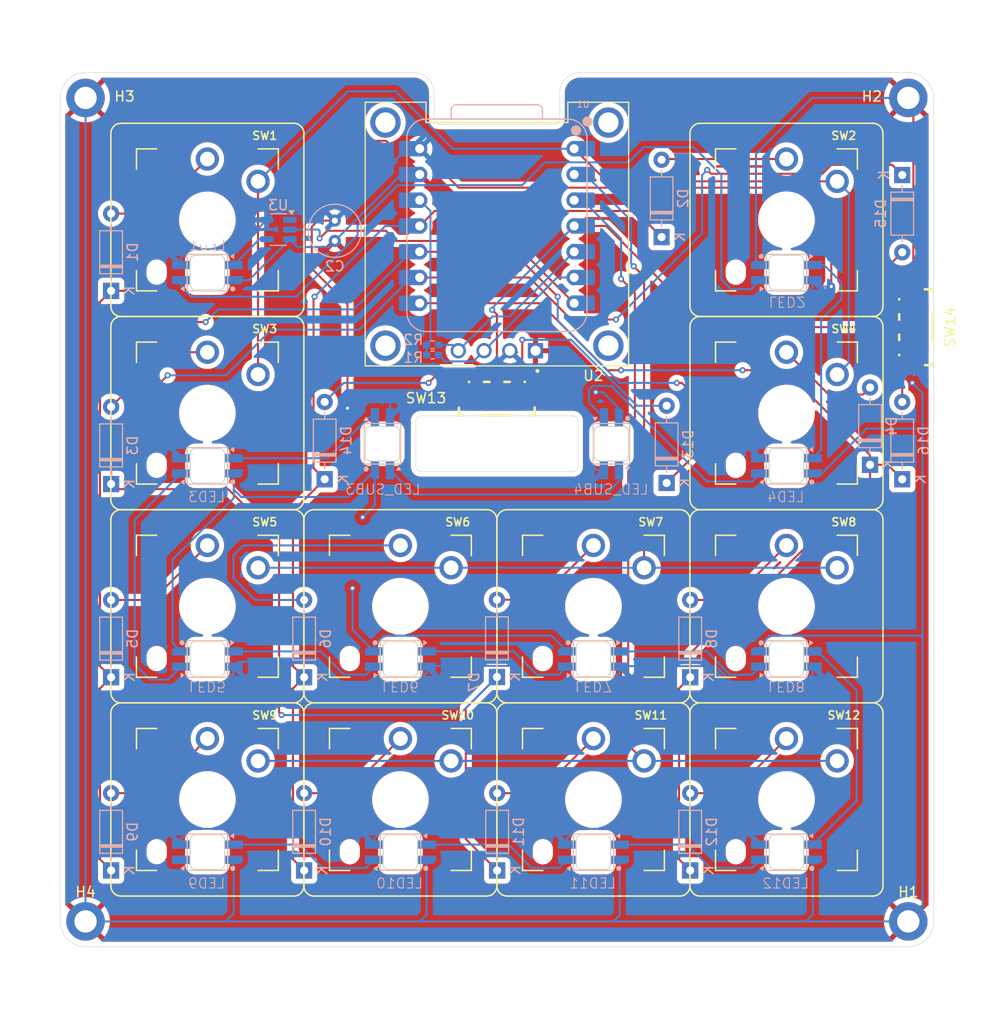
<source format=kicad_pcb>
(kicad_pcb (version 20240108) (generator "pcbnew") (generator_version "8.0")
  (layers (0 "F.Cu" signal) (31 "B.Cu" signal) (34 "B.Paste" user) (35 "F.Paste" user) (36 "B.SilkS" user "B.Silkscreen") (37 "F.SilkS" user "F.Silkscreen") (38 "B.Mask" user) (39 "F.Mask" user) (44 "Edge.Cuts" user))
  (net 0 "")
  (net 1 "Net-(D1-A)")
  (net 2 "ROW0")
  (net 3 "Net-(D2-A)")
  (net 4 "Net-(D3-A)")
  (net 5 "Net-(D4-A)")
  (net 6 "ROW3")
  (net 7 "Net-(D5-A)")
  (net 8 "ROW1")
  (net 9 "Net-(D6-A)")
  (net 10 "Net-(D7-A)")
  (net 11 "Net-(D8-A)")
  (net 12 "Net-(D9-A)")
  (net 13 "ROW2")
  (net 14 "Net-(D10-A)")
  (net 15 "Net-(D11-A)")
  (net 16 "Net-(D12-A)")
  (net 17 "VCC")
  (net 18 "GND")
  (net 19 "COL0")
  (net 20 "COL1")
  (net 21 "COL2")
  (net 22 "SCL")
  (net 23 "LED_DIN")
  (net 24 "SDA")
  (net 26 "Net-(LED1-DOUT)")
  (net 27 "Net-(LED2-DOUT)")
  (net 28 "Net-(LED3-DOUT)")
  (net 29 "Net-(LED4-DOUT)")
  (net 30 "Net-(LED5-DOUT)")
  (net 31 "Net-(D13-A)")
  (net 32 "Net-(LED10-DOUT)")
  (net 33 "COL3")
  (net 34 "LED_DIN_Shifted")
  (net 35 "3V3")
  (net 36 "Net-(D14-A)")
  (net 37 "Net-(LED6-DOUT)")
  (net 38 "Net-(LED7-DOUT)")
  (net 39 "Net-(D15-A)")
  (net 41 "Net-(D16-A)")
  (net 42 "Net-(LED3-DIN)")
  (net 43 "Net-(LED12-DIN)")
  (net 44 "Net-(LED10-DIN)")
  (net 45 "Net-(LED11-DIN)")
  (net 46 "Net-(LED_SUB3-DIN)")
  (footprint "LED_Reversed:SK6812MINI-E-Reverse" (layer "F.Cu") (at 58.7 63.5 -90)
    (property "Reference" "LED_SUB3")
    (property "Value" "SK6812MINIE" (hide yes))
    (fp_line (start 1.2 1.7) (end -1.2 1.7) (stroke (width 0.1)) (layer "Edge.Cuts"))
    (fp_line (start -1.7 1.2) (end -1.7 -1.2) (stroke (width 0.1)) (layer "Edge.Cuts"))
    (fp_line (start 1.7 -1.2) (end 1.7 1.2) (stroke (width 0.1)) (layer "Edge.Cuts"))
    (fp_line (start -1.2 -1.7) (end 1.2 -1.7) (stroke (width 0.1)) (layer "Edge.Cuts"))
    (fp_arc (start -1.2 1.7) (mid -1.553553 1.553553) (end -1.7 1.2) (stroke (width 0.1)) (layer "Edge.Cuts"))
    (fp_arc (start 1.7 1.2) (mid 1.553553 1.553553) (end 1.2 1.7) (stroke (width 0.1)) (layer "Edge.Cuts"))
    (fp_arc (start -1.7 -1.2) (mid -1.553553 -1.553553) (end -1.2 -1.7) (stroke (width 0.1)) (layer "Edge.Cuts"))
    (fp_arc (start 1.2 -1.7) (mid 1.553553 -1.553553) (end 1.7 -1.2) (stroke (width 0.1)) (layer "Edge.Cuts"))
  )
  (footprint "OLED_096_636:MODULE_DM-OLED096-636" (layer "F.Cu") (at 70 42.825 180)
    (property "Reference" "U2")
    (property "Value" "DM-OLED096-636")
  )
  (footprint "Kailh_PG1353_Solderable:Kailh-PG1353-Solderable-1U" (layer "F.Cu") (at 41.425 41.425)
    (property "Reference" "SW1")
    (property "Value" "Keyswitch")
  )
  (footprint "Kailh_PG1353_Solderable:Kailh-PG1353-Solderable-1U" (layer "F.Cu") (at 98.575 60.475)
    (property "Reference" "SW4")
    (property "Value" "Keyswitch")
  )
  (footprint "MountingHole:MountingHole_2.2mm_M2_DIN965_Pad" (layer "F.Cu") (at 110.6 29.4)
    (property "Reference" "H2")
    (property "Value" "MountingHole_Pad")
  )
  (footprint "MountingHole:MountingHole_2.2mm_M2_DIN965_Pad" (layer "F.Cu") (at 29.4 29.4)
    (property "Reference" "H3")
    (property "Value" "MountingHole_Pad")
  )
  (footprint "Kailh_PG1353_Solderable:Kailh-PG1353-Solderable-1U" (layer "F.Cu") (at 60.475 79.525)
    (property "Reference" "SW6")
    (property "Value" "Keyswitch")
  )
  (footprint "Kailh_PG1353_Solderable:Kailh-PG1353-Solderable-1U" (layer "F.Cu") (at 41.425 98.575)
    (property "Reference" "SW9")
    (property "Value" "Keyswitch")
  )
  (footprint "MountingHole:MountingHole_2.2mm_M2_DIN965_Pad" (layer "F.Cu") (at 110.6 110.6)
    (property "Reference" "H1")
    (property "Value" "MountingHole_Pad")
  )
  (footprint "EC05E1220203:SW-SMD_EC05E1220203" (layer "F.Cu") (at 70 58 180)
    (property "Reference" "SW13")
    (property "Value" "EC05E1220203")
  )
  (footprint "LED_Reversed:SK6812MINI-E-Reverse" (layer "F.Cu") (at 98.575 84.725 180)
    (property "Reference" "LED8")
    (property "Value" "SK6812MINIE" (hide yes))
    (fp_line (start 1.7 -1.2) (end 1.7 1.2) (stroke (width 0.1)) (layer "Edge.Cuts"))
    (fp_line (start 1.2 1.7) (end -1.2 1.7) (stroke (width 0.1)) (layer "Edge.Cuts"))
    (fp_line (start -1.2 -1.7) (end 1.2 -1.7) (stroke (width 0.1)) (layer "Edge.Cuts"))
    (fp_line (start -1.7 1.2) (end -1.7 -1.2) (stroke (width 0.1)) (layer "Edge.Cuts"))
    (fp_arc (start 1.7 1.2) (mid 1.553553 1.553553) (end 1.2 1.7) (stroke (width 0.1)) (layer "Edge.Cuts"))
    (fp_arc (start 1.2 -1.7) (mid 1.553553 -1.553553) (end 1.7 -1.2) (stroke (width 0.1)) (layer "Edge.Cuts"))
    (fp_arc (start -1.2 1.7) (mid -1.553553 1.553553) (end -1.7 1.2) (stroke (width 0.1)) (layer "Edge.Cuts"))
    (fp_arc (start -1.7 -1.2) (mid -1.553553 -1.553553) (end -1.2 -1.7) (stroke (width 0.1)) (layer "Edge.Cuts"))
  )
  (footprint "Kailh_PG1353_Solderable:Kailh-PG1353-Solderable-1U" (layer "F.Cu") (at 98.575 98.575)
    (property "Reference" "SW12")
    (property "Value" "Keyswitch")
  )
  (footprint "LED_Reversed:SK6812MINI-E-Reverse" (layer "F.Cu") (at 98.575 46.625 180)
    (property "Reference" "LED2")
    (property "Value" "SK6812MINIE" (hide yes))
    (fp_line (start 1.7 -1.2) (end 1.7 1.2) (stroke (width 0.1)) (layer "Edge.Cuts"))
    (fp_line (start 1.2 1.7) (end -1.2 1.7) (stroke (width 0.1)) (layer "Edge.Cuts"))
    (fp_line (start -1.2 -1.7) (end 1.2 -1.7) (stroke (width 0.1)) (layer "Edge.Cuts"))
    (fp_line (start -1.7 1.2) (end -1.7 -1.2) (stroke (width 0.1)) (layer "Edge.Cuts"))
    (fp_arc (start 1.7 1.2) (mid 1.553553 1.553553) (end 1.2 1.7) (stroke (width 0.1)) (layer "Edge.Cuts"))
    (fp_arc (start 1.2 -1.7) (mid 1.553553 -1.553553) (end 1.7 -1.2) (stroke (width 0.1)) (layer "Edge.Cuts"))
    (fp_arc (start -1.2 1.7) (mid -1.553553 1.553553) (end -1.7 1.2) (stroke (width 0.1)) (layer "Edge.Cuts"))
    (fp_arc (start -1.7 -1.2) (mid -1.553553 -1.553553) (end -1.2 -1.7) (stroke (width 0.1)) (layer "Edge.Cuts"))
  )
  (footprint "MountingHole:MountingHole_2.2mm_M2_DIN965_Pad" (layer "F.Cu") (at 29.4 110.6)
    (property "Reference" "H4")
    (property "Value" "MountingHole_Pad")
  )
  (footprint "LED_Reversed:SK6812MINI-E-Reverse" (layer "F.Cu") (at 41.425 103.775)
    (property "Reference" "LED9")
    (property "Value" "SK6812MINIE" (hide yes))
    (fp_line (start -1.7 1.2) (end -1.7 -1.2) (stroke (width 0.1)) (layer "Edge.Cuts"))
    (fp_line (start -1.2 -1.7) (end 1.2 -1.7) (stroke (width 0.1)) (layer "Edge.Cuts"))
    (fp_line (start 1.2 1.7) (end -1.2 1.7) (stroke (width 0.1)) (layer "Edge.Cuts"))
    (fp_line (start 1.7 -1.2) (end 1.7 1.2) (stroke (width 0.1)) (layer "Edge.Cuts"))
    (fp_arc (start -1.7 -1.2) (mid -1.553553 -1.553553) (end -1.2 -1.7) (stroke (width 0.1)) (layer "Edge.Cuts"))
    (fp_arc (start -1.2 1.7) (mid -1.553553 1.553553) (end -1.7 1.2) (stroke (width 0.1)) (layer "Edge.Cuts"))
    (fp_arc (start 1.2 -1.7) (mid 1.553553 -1.553553) (end 1.7 -1.2) (stroke (width 0.1)) (layer "Edge.Cuts"))
    (fp_arc (start 1.7 1.2) (mid 1.553553 1.553553) (end 1.2 1.7) (stroke (width 0.1)) (layer "Edge.Cuts"))
  )
  (footprint "LED_Reversed:SK6812MINI-E-Reverse" (layer "F.Cu") (at 41.425 84.725 180)
    (property "Reference" "LED5")
    (property "Value" "SK6812MINIE" (hide yes))
    (fp_line (start 1.7 -1.2) (end 1.7 1.2) (stroke (width 0.1)) (layer "Edge.Cuts"))
    (fp_line (start 1.2 1.7) (end -1.2 1.7) (stroke (width 0.1)) (layer "Edge.Cuts"))
    (fp_line (start -1.2 -1.7) (end 1.2 -1.7) (stroke (width 0.1)) (layer "Edge.Cuts"))
    (fp_line (start -1.7 1.2) (end -1.7 -1.2) (stroke (width 0.1)) (layer "Edge.Cuts"))
    (fp_arc (start 1.7 1.2) (mid 1.553553 1.553553) (end 1.2 1.7) (stroke (width 0.1)) (layer "Edge.Cuts"))
    (fp_arc (start 1.2 -1.7) (mid 1.553553 -1.553553) (end 1.7 -1.2) (stroke (width 0.1)) (layer "Edge.Cuts"))
    (fp_arc (start -1.2 1.7) (mid -1.553553 1.553553) (end -1.7 1.2) (stroke (width 0.1)) (layer "Edge.Cuts"))
    (fp_arc (start -1.7 -1.2) (mid -1.553553 -1.553553) (end -1.2 -1.7) (stroke (width 0.1)) (layer "Edge.Cuts"))
  )
  (footprint "LED_Reversed:SK6812MINI-E-Reverse" (layer "F.Cu") (at 81.3 63.5 90)
    (property "Reference" "LED_SUB4")
    (property "Value" "SK6812MINIE" (hide yes))
    (fp_line (start -1.2 -1.7) (end 1.2 -1.7) (stroke (width 0.1)) (layer "Edge.Cuts"))
    (fp_line (start 1.7 -1.2) (end 1.7 1.2) (stroke (width 0.1)) (layer "Edge.Cuts"))
    (fp_line (start -1.7 1.2) (end -1.7 -1.2) (stroke (width 0.1)) (layer "Edge.Cuts"))
    (fp_line (start 1.2 1.7) (end -1.2 1.7) (stroke (width 0.1)) (layer "Edge.Cuts"))
    (fp_arc (start 1.2 -1.7) (mid 1.553553 -1.553553) (end 1.7 -1.2) (stroke (width 0.1)) (layer "Edge.Cuts"))
    (fp_arc (start -1.7 -1.2) (mid -1.553553 -1.553553) (end -1.2 -1.7) (stroke (width 0.1)) (layer "Edge.Cuts"))
    (fp_arc (start 1.7 1.2) (mid 1.553553 1.553553) (end 1.2 1.7) (stroke (width 0.1)) (layer "Edge.Cuts"))
    (fp_arc (start -1.2 1.7) (mid -1.553553 1.553553) (end -1.7 1.2) (stroke (width 0.1)) (layer "Edge.Cuts"))
  )
  (footprint "LED_Reversed:SK6812MINI-E-Reverse" (layer "F.Cu") (at 60.475 84.725 180)
    (property "Reference" "LED6")
    (property "Value" "SK6812MINIE" (hide yes))
    (fp_line (start 1.7 -1.2) (end 1.7 1.2) (stroke (width 0.1)) (layer "Edge.Cuts"))
    (fp_line (start 1.2 1.7) (end -1.2 1.7) (stroke (width 0.1)) (layer "Edge.Cuts"))
    (fp_line (start -1.2 -1.7) (end 1.2 -1.7) (stroke (width 0.1)) (layer "Edge.Cuts"))
    (fp_line (start -1.7 1.2) (end -1.7 -1.2) (stroke (width 0.1)) (layer "Edge.Cuts"))
    (fp_arc (start 1.7 1.2) (mid 1.553553 1.553553) (end 1.2 1.7) (stroke (width 0.1)) (layer "Edge.Cuts"))
    (fp_arc (start 1.2 -1.7) (mid 1.553553 -1.553553) (end 1.7 -1.2) (stroke (width 0.1)) (layer "Edge.Cuts"))
    (fp_arc (start -1.2 1.7) (mid -1.553553 1.553553) (end -1.7 1.2) (stroke (width 0.1)) (layer "Edge.Cuts"))
    (fp_arc (start -1.7 -1.2) (mid -1.553553 -1.553553) (end -1.2 -1.7) (stroke (width 0.1)) (layer "Edge.Cuts"))
  )
  (footprint "LED_Reversed:SK6812MINI-E-Reverse" (layer "F.Cu") (at 79.525 84.725 180)
    (property "Reference" "LED7")
    (property "Value" "SK6812MINIE" (hide yes))
    (fp_line (start 1.7 -1.2) (end 1.7 1.2) (stroke (width 0.1)) (layer "Edge.Cuts"))
    (fp_line (start 1.2 1.7) (end -1.2 1.7) (stroke (width 0.1)) (layer "Edge.Cuts"))
    (fp_line (start -1.2 -1.7) (end 1.2 -1.7) (stroke (width 0.1)) (layer "Edge.Cuts"))
    (fp_line (start -1.7 1.2) (end -1.7 -1.2) (stroke (width 0.1)) (layer "Edge.Cuts"))
    (fp_arc (start 1.7 1.2) (mid 1.553553 1.553553) (end 1.2 1.7) (stroke (width 0.1)) (layer "Edge.Cuts"))
    (fp_arc (start 1.2 -1.7) (mid 1.553553 -1.553553) (end 1.7 -1.2) (stroke (width 0.1)) (layer "Edge.Cuts"))
    (fp_arc (start -1.2 1.7) (mid -1.553553 1.553553) (end -1.7 1.2) (stroke (width 0.1)) (layer "Edge.Cuts"))
    (fp_arc (start -1.7 -1.2) (mid -1.553553 -1.553553) (end -1.2 -1.7) (stroke (width 0.1)) (layer "Edge.Cuts"))
  )
  (footprint "LED_Reversed:SK6812MINI-E-Reverse" (layer "F.Cu") (at 41.425 46.625)
    (property "Reference" "LED1")
    (property "Value" "SK6812MINIE" (hide yes))
    (fp_line (start -1.7 1.2) (end -1.7 -1.2) (stroke (width 0.1)) (layer "Edge.Cuts"))
    (fp_line (start -1.2 -1.7) (end 1.2 -1.7) (stroke (width 0.1)) (layer "Edge.Cuts"))
    (fp_line (start 1.2 1.7) (end -1.2 1.7) (stroke (width 0.1)) (layer "Edge.Cuts"))
    (fp_line (start 1.7 -1.2) (end 1.7 1.2) (stroke (width 0.1)) (layer "Edge.Cuts"))
    (fp_arc (start -1.7 -1.2) (mid -1.553553 -1.553553) (end -1.2 -1.7) (stroke (width 0.1)) (layer "Edge.Cuts"))
    (fp_arc (start -1.2 1.7) (mid -1.553553 1.553553) (end -1.7 1.2) (stroke (width 0.1)) (layer "Edge.Cuts"))
    (fp_arc (start 1.2 -1.7) (mid 1.553553 -1.553553) (end 1.7 -1.2) (stroke (width 0.1)) (layer "Edge.Cuts"))
    (fp_arc (start 1.7 1.2) (mid 1.553553 1.553553) (end 1.2 1.7) (stroke (width 0.1)) (layer "Edge.Cuts"))
  )
  (footprint "Kailh_PG1353_Solderable:Kailh-PG1353-Solderable-1U" (layer "F.Cu") (at 98.575 79.525)
    (property "Reference" "SW8")
    (property "Value" "Keyswitch")
  )
  (footprint "LED_Reversed:SK6812MINI-E-Reverse" (layer "F.Cu") (at 98.575 65.675)
    (property "Reference" "LED4")
    (property "Value" "SK6812MINIE" (hide yes))
    (fp_line (start -1.7 1.2) (end -1.7 -1.2) (stroke (width 0.1)) (layer "Edge.Cuts"))
    (fp_line (start -1.2 -1.7) (end 1.2 -1.7) (stroke (width 0.1)) (layer "Edge.Cuts"))
    (fp_line (start 1.2 1.7) (end -1.2 1.7) (stroke (width 0.1)) (layer "Edge.Cuts"))
    (fp_line (start 1.7 -1.2) (end 1.7 1.2) (stroke (width 0.1)) (layer "Edge.Cuts"))
    (fp_arc (start -1.7 -1.2) (mid -1.553553 -1.553553) (end -1.2 -1.7) (stroke (width 0.1)) (layer "Edge.Cuts"))
    (fp_arc (start -1.2 1.7) (mid -1.553553 1.553553) (end -1.7 1.2) (stroke (width 0.1)) (layer "Edge.Cuts"))
    (fp_arc (start 1.2 -1.7) (mid 1.553553 -1.553553) (end 1.7 -1.2) (stroke (width 0.1)) (layer "Edge.Cuts"))
    (fp_arc (start 1.7 1.2) (mid 1.553553 1.553553) (end 1.2 1.7) (stroke (width 0.1)) (layer "Edge.Cuts"))
  )
  (footprint "Kailh_PG1353_Solderable:Kailh-PG1353-Solderable-1U" (layer "F.Cu") (at 41.425 79.525)
    (property "Reference" "SW5")
    (property "Value" "Keyswitch")
  )
  (footprint "Kailh_PG1353_Solderable:Kailh-PG1353-Solderable-1U" (layer "F.Cu") (at 41.425 60.475)
    (property "Reference" "SW3")
    (property "Value" "Keyswitch")
  )
  (footprint "LED_Reversed:SK6812MINI-E-Reverse" (layer "F.Cu") (at 79.525 103.775)
    (property "Reference" "LED11")
    (property "Value" "SK6812MINIE" (hide yes))
    (fp_line (start -1.7 1.2) (end -1.7 -1.2) (stroke (width 0.1)) (layer "Edge.Cuts"))
    (fp_line (start -1.2 -1.7) (end 1.2 -1.7) (stroke (width 0.1)) (layer "Edge.Cuts"))
    (fp_line (start 1.2 1.7) (end -1.2 1.7) (stroke (width 0.1)) (layer "Edge.Cuts"))
    (fp_line (start 1.7 -1.2) (end 1.7 1.2) (stroke (width 0.1)) (layer "Edge.Cuts"))
    (fp_arc (start -1.7 -1.2) (mid -1.553553 -1.553553) (end -1.2 -1.7) (stroke (width 0.1)) (layer "Edge.Cuts"))
    (fp_arc (start -1.2 1.7) (mid -1.553553 1.553553) (end -1.7 1.2) (stroke (width 0.1)) (layer "Edge.Cuts"))
    (fp_arc (start 1.2 -1.7) (mid 1.553553 -1.553553) (end 1.7 -1.2) (stroke (width 0.1)) (layer "Edge.Cuts"))
    (fp_arc (start 1.7 1.2) (mid 1.553553 1.553553) (end 1.2 1.7) (stroke (width 0.1)) (layer "Edge.Cuts"))
  )
  (footprint "EC05E1220203:SW-SMD_EC05E1220203" (layer "F.Cu") (at 110.3 52 -90)
    (property "Reference" "SW14")
    (property "Value" "EC05E1220203")
  )
  (footprint "Kailh_PG1353_Solderable:Kailh-PG1353-Solderable-1U" (layer "F.Cu") (at 79.525 98.575)
    (property "Reference" "SW11")
    (property "Value" "Keyswitch")
  )
  (footprint "LED_Reversed:SK6812MINI-E-Reverse" (layer "F.Cu") (at 98.575 103.775)
    (property "Reference" "LED12")
    (property "Value" "SK6812MINIE" (hide yes))
    (fp_line (start -1.7 1.2) (end -1.7 -1.2) (stroke (width 0.1)) (layer "Edge.Cuts"))
    (fp_line (start -1.2 -1.7) (end 1.2 -1.7) (stroke (width 0.1)) (layer "Edge.Cuts"))
    (fp_line (start 1.2 1.7) (end -1.2 1.7) (stroke (width 0.1)) (layer "Edge.Cuts"))
    (fp_line (start 1.7 -1.2) (end 1.7 1.2) (stroke (width 0.1)) (layer "Edge.Cuts"))
    (fp_arc (start -1.7 -1.2) (mid -1.553553 -1.553553) (end -1.2 -1.7) (stroke (width 0.1)) (layer "Edge.Cuts"))
    (fp_arc (start -1.2 1.7) (mid -1.553553 1.553553) (end -1.7 1.2) (stroke (width 0.1)) (layer "Edge.Cuts"))
    (fp_arc (start 1.2 -1.7) (mid 1.553553 -1.553553) (end 1.7 -1.2) (stroke (width 0.1)) (layer "Edge.Cuts"))
    (fp_arc (start 1.7 1.2) (mid 1.553553 1.553553) (end 1.2 1.7) (stroke (width 0.1)) (layer "Edge.Cuts"))
  )
  (footprint "Kailh_PG1353_Solderable:Kailh-PG1353-Solderable-1U" (layer "F.Cu") (at 79.525 79.525)
    (property "Reference" "SW7")
    (property "Value" "Keyswitch")
  )
  (footprint "LED_Reversed:SK6812MINI-E-Reverse" (layer "F.Cu") (at 41.425 65.675)
    (property "Reference" "LED3")
    (property "Value" "SK6812MINIE" (hide yes))
    (fp_line (start -1.7 1.2) (end -1.7 -1.2) (stroke (width 0.1)) (layer "Edge.Cuts"))
    (fp_line (start -1.2 -1.7) (end 1.2 -1.7) (stroke (width 0.1)) (layer "Edge.Cuts"))
    (fp_line (start 1.2 1.7) (end -1.2 1.7) (stroke (width 0.1)) (layer "Edge.Cuts"))
    (fp_line (start 1.7 -1.2) (end 1.7 1.2) (stroke (width 0.1)) (layer "Edge.Cuts"))
    (fp_arc (start -1.7 -1.2) (mid -1.553553 -1.553553) (end -1.2 -1.7) (stroke (width 0.1)) (layer "Edge.Cuts"))
    (fp_arc (start -1.2 1.7) (mid -1.553553 1.553553) (end -1.7 1.2) (stroke (width 0.1)) (layer "Edge.Cuts"))
    (fp_arc (start 1.2 -1.7) (mid 1.553553 -1.553553) (end 1.7 -1.2) (stroke (width 0.1)) (layer "Edge.Cuts"))
    (fp_arc (start 1.7 1.2) (mid 1.553553 1.553553) (end 1.2 1.7) (stroke (width 0.1)) (layer "Edge.Cuts"))
  )
  (footprint "LED_Reversed:SK6812MINI-E-Reverse" (layer "F.Cu") (at 60.475 103.775)
    (property "Reference" "LED10")
    (property "Value" "SK6812MINIE" (hide yes))
    (fp_line (start -1.7 1.2) (end -1.7 -1.2) (stroke (width 0.1)) (layer "Edge.Cuts"))
    (fp_line (start -1.2 -1.7) (end 1.2 -1.7) (stroke (width 0.1)) (layer "Edge.Cuts"))
    (fp_line (start 1.2 1.7) (end -1.2 1.7) (stroke (width 0.1)) (layer "Edge.Cuts"))
    (fp_line (start 1.7 -1.2) (end 1.7 1.2) (stroke (width 0.1)) (layer "Edge.Cuts"))
    (fp_arc (start -1.7 -1.2) (mid -1.553553 -1.553553) (end -1.2 -1.7) (stroke (width 0.1)) (layer "Edge.Cuts"))
    (fp_arc (start -1.2 1.7) (mid -1.553553 1.553553) (end -1.7 1.2) (stroke (width 0.1)) (layer "Edge.Cuts"))
    (fp_arc (start 1.2 -1.7) (mid 1.553553 -1.553553) (end 1.7 -1.2) (stroke (width 0.1)) (layer "Edge.Cuts"))
    (fp_arc (start 1.7 1.2) (mid 1.553553 1.553553) (end 1.2 1.7) (stroke (width 0.1)) (layer "Edge.Cuts"))
  )
  (footprint "Kailh_PG1353_Solderable:Kailh-PG1353-Solderable-1U" (layer "F.Cu") (at 98.575 41.425)
    (property "Reference" "SW2")
    (property "Value" "Keyswitch")
  )
  (footprint "Kailh_PG1353_Solderable:Kailh-PG1353-Solderable-1U" (layer "F.Cu") (at 60.475 98.575)
    (property "Reference" "SW10")
    (property "Value" "Keyswitch")
  )
  (footprint "Diode_THT:D_DO-35_SOD27_P7.62mm_Horizontal" (layer "B.Cu") (at 50.975 105.575 90)
    (property "Reference" "D10")
    (property "Value" "1N4148")
  )
  (footprint "Diode_THT:D_DO-35_SOD27_P7.62mm_Horizontal" (layer "B.Cu") (at 86.75 67.37 90)
    (property "Reference" "D13")
    (property "Value" "1N4148")
  )
  (footprint "Diode_THT:D_DO-35_SOD27_P7.62mm_Horizontal" (layer "B.Cu") (at 89.075 86.525 90)
    (property "Reference" "D8")
    (property "Value" "1N4148")
  )
  (footprint "Diode_THT:D_DO-35_SOD27_P7.62mm_Horizontal" (layer "B.Cu") (at 89.075 105.575 90)
    (property "Reference" "D12")
    (property "Value" "1N4148")
  )
  (footprint "Diode_THT:D_DO-35_SOD27_P7.62mm_Horizontal" (layer "B.Cu") (at 31.925 86.525 90)
    (property "Reference" "D5")
    (property "Value" "1N4148")
  )
  (footprint "Diode_THT:D_DO-35_SOD27_P7.62mm_Horizontal" (layer "B.Cu") (at 53 67 90)
    (property "Reference" "D14")
    (property "Value" "1N4148")
  )
  (footprint "Diode_THT:D_DO-35_SOD27_P7.62mm_Horizontal" (layer "B.Cu") (at 110 37 -90)
    (property "Reference" "D15")
    (property "Value" "1N4148")
  )
  (footprint "Diode_THT:D_DO-35_SOD27_P7.62mm_Horizontal" (layer "B.Cu") (at 31.925 105.575 90)
    (property "Reference" "D9")
    (property "Value" "1N4148")
  )
  (footprint "Resistor_SMD:R_0402_1005Metric_Pad0.72x0.64mm_HandSolder" (layer "B.Cu") (at 63.6525 54.75)
    (property "Reference" "R1")
    (property "Value" "10k")
  )
  (footprint "Diode_THT:D_DO-35_SOD27_P7.62mm_Horizontal" (layer "B.Cu") (at 31.925 48.425 90)
    (property "Reference" "D1")
    (property "Value" "1N4148")
  )
  (footprint "Diode_THT:D_DO-35_SOD27_P7.62mm_Horizontal" (layer "B.Cu") (at 70.025 105.575 90)
    (property "Reference" "D11")
    (property "Value" "1N4148")
  )
  (footprint "Package_TO_SOT_SMD:SOT-23-5" (layer "B.Cu") (at 48.425 42.375 180)
    (property "Reference" "U3")
    (property "Value" "SN74LV1T34DBV")
  )
  (footprint "Diode_THT:D_DO-35_SOD27_P7.62mm_Horizontal" (layer "B.Cu") (at 106.825 65.575 90)
    (property "Reference" "D4")
    (property "Value" "1N4148")
  )
  (footprint "Diode_THT:D_DO-35_SOD27_P7.62mm_Horizontal" (layer "B.Cu") (at 70 86.5 90)
    (property "Reference" "D7")
    (property "Value" "1N4148")
  )
  (footprint "Diode_THT:D_DO-35_SOD27_P7.62mm_Horizontal" (layer "B.Cu") (at 86.25 43.12 90)
    (property "Reference" "D2")
    (property "Value" "1N4148")
  )
  (footprint "Seeed Studio XIAO Series Library:XIAO-RP2040-DIP" (layer "B.Cu") (at 70 42.025 180)
    (property "Reference" "U1")
    (property "Value" "XIAO-RP2040-DIP")
  )
  (footprint "Diode_THT:D_DO-35_SOD27_P7.62mm_Horizontal" (layer "B.Cu") (at 50.975 86.525 90)
    (property "Reference" "D6")
    (property "Value" "1N4148")
  )
  (footprint "Resistor_SMD:R_0402_1005Metric_Pad0.72x0.64mm_HandSolder" (layer "B.Cu") (at 63.6525 53.75)
    (property "Reference" "R2")
    (property "Value" "10k")
  )
  (footprint "Diode_THT:D_DO-35_SOD27_P7.62mm_Horizontal" (layer "B.Cu") (at 110 67 90)
    (property "Reference" "D16")
    (property "Value" "1N4148")
  )
  (footprint "Capacitor_THT:C_Radial_D5.0mm_H7.0mm_P2.00mm" (layer "B.Cu") (at 54 43.5 90)
    (property "Reference" "C2")
    (property "Value" "22uF")
  )
  (footprint "Diode_THT:D_DO-35_SOD27_P7.62mm_Horizontal" (layer "B.Cu") (at 31.925 67.475 90)
    (property "Reference" "D3")
    (property "Value" "1N4148")
  )
  (gr_arc (start 77.5 60.75) (mid 77.853553 60.896447) (end 78 61.25) (stroke (width 0.05)) (layer "Edge.Cuts"))
  (gr_arc (start 29.4 113.1) (mid 27.632233 112.367767) (end 26.9 110.6) (stroke (width 0.05)) (layer "Edge.Cuts"))
  (gr_arc (start 110.6 26.9) (mid 112.367767 27.632233) (end 113.1 29.4) (stroke (width 0.05)) (layer "Edge.Cuts"))
  (gr_arc (start 78 65.75) (mid 77.853553 66.103553) (end 77.5 66.25) (stroke (width 0.05)) (layer "Edge.Cuts"))
  (gr_line (start 61.8 26.9) (end 29.4 26.9) (stroke (width 0.05)) (layer "Edge.Cuts"))
  (gr_line (start 110.6 113.1) (end 29.4 113.1) (stroke (width 0.05)) (layer "Edge.Cuts"))
  (gr_arc (start 64.3 32) (mid 63.946447 31.853553) (end 63.8 31.5) (stroke (width 0.05)) (layer "Edge.Cuts"))
  (gr_line (start 75.7 32) (end 64.3 32) (stroke (width 0.05)) (layer "Edge.Cuts"))
  (gr_arc (start 76.2 31.5) (mid 76.053553 31.853553) (end 75.7 32) (stroke (width 0.05)) (layer "Edge.Cuts"))
  (gr_line (start 26.9 110.6) (end 26.9 29.4) (stroke (width 0.05)) (layer "Edge.Cuts"))
  (gr_line (start 63.8 28.9) (end 63.8 31.5) (stroke (width 0.05)) (layer "Edge.Cuts"))
  (gr_line (start 76.2 28.9) (end 76.2 31.5) (stroke (width 0.05)) (layer "Edge.Cuts"))
  (gr_line (start 113.1 29.4) (end 113.1 110.6) (stroke (width 0.05)) (layer "Edge.Cuts"))
  (gr_line (start 78 61.25) (end 78 65.75) (stroke (width 0.05)) (layer "Edge.Cuts"))
  (gr_line (start 62.5 60.75) (end 77.5 60.75) (stroke (width 0.05)) (layer "Edge.Cuts"))
  (gr_arc (start 61.8 26.9) (mid 63.214214 27.485786) (end 63.8 28.9) (stroke (width 0.05)) (layer "Edge.Cuts"))
  (gr_arc (start 113.1 110.6) (mid 112.367767 112.367767) (end 110.6 113.1) (stroke (width 0.05)) (layer "Edge.Cuts"))
  (gr_arc (start 26.9 29.4) (mid 27.632233 27.632233) (end 29.4 26.9) (stroke (width 0.05)) (layer "Edge.Cuts"))
  (gr_arc (start 62.5 66.25) (mid 62.146447 66.103553) (end 62 65.75) (stroke (width 0.05)) (layer "Edge.Cuts"))
  (gr_arc (start 76.2 28.9) (mid 76.785786 27.485786) (end 78.2 26.9) (stroke (width 0.05)) (layer "Edge.Cuts"))
  (gr_line (start 110.6 26.9) (end 78.2 26.9) (stroke (width 0.05)) (layer "Edge.Cuts"))
  (gr_line (start 77.5 66.25) (end 62.5 66.25) (stroke (width 0.05)) (layer "Edge.Cuts"))
  (gr_line (start 62 65.75) (end 62 61.25) (stroke (width 0.05)) (layer "Edge.Cuts"))
  (gr_arc (start 62 61.25) (mid 62.146447 60.896447) (end 62.5 60.75) (stroke (width 0.05)) (layer "Edge.Cuts"))
  (segment (start 31.925 40.805) (end 36.045 40.805) (width 0.2) (layer "F.Cu") (net 1))
  (segment (start 36.045 40.805) (end 41.425 35.425) (width 0.2) (layer "F.Cu") (net 1))
  (segment (start 89.25 58.5) (end 89.25 64.87) (width 0.2) (layer "F.Cu") (net 2))
  (segment (start 88.25 57.5) (end 89.25 58.5) (width 0.2) (layer "F.Cu") (net 2))
  (segment (start 38.5 51.5) (end 41.25 51.5) (width 0.2) (layer "F.Cu") (net 2))
  (segment (start 31.925 86.525) (end 30.825 85.425) (width 0.2) (layer "F.Cu") (net 2))
  (segment (start 35.425 48.425) (end 38.5 51.5) (width 0.2) (layer "F.Cu") (net 2))
  (segment (start 30.825 87.625) (end 31.925 86.525) (width 0.2) (layer "F.Cu") (net 2))
  (segment (start 30.825 49.525) (end 31.925 48.425) (width 0.2) (layer "F.Cu") (net 2))
  (segment (start 30.825 104.475) (end 30.825 87.625) (width 0.2) (layer "F.Cu") (net 2))
  (segment (start 87.75 57.5) (end 88.25 57.5) (width 0.2) (layer "F.Cu") (net 2))
  (segment (start 62.38 44.565) (end 71.565 44.565) (width 0.2) (layer "F.Cu") (net 2))
  (segment (start 30.825 85.425) (end 30.825 49.525) (width 0.2) (layer "F.Cu") (net 2))
  (segment (start 89.25 64.87) (end 86.75 67.37) (width 0.2) (layer "F.Cu") (net 2))
  (segment (start 32 105.65) (end 32 106) (width 0.2) (layer "F.Cu") (net 2))
  (segment (start 31.925 105.575) (end 30.825 104.475) (width 0.2) (layer "F.Cu") (net 2))
  (segment (start 31.925 48.425) (end 35.425 48.425) (width 0.2) (layer "F.Cu") (net 2))
  (segment (start 71.565 44.565) (end 76 49) (width 0.2) (layer "F.Cu") (net 2))
  (segment (start 31.925 105.575) (end 32 105.65) (width 0.2) (layer "F.Cu") (net 2))
  (via (at 87.75 57.5) (size 0.6) (drill 0.3) (layers "F.Cu" "B.Cu") (net 2))
  (via (at 76 49) (size 0.6) (drill 0.3) (layers "F.Cu" "B.Cu") (net 2))
  (via (at 41.25 51.5) (size 0.6) (drill 0.3) (layers "F.Cu" "B.Cu") (net 2))
  (segment (start 76 49) (end 76 51.370585) (width 0.2) (layer "B.Cu") (net 2))
  (segment (start 41.25 51.5) (end 42.5 50.25) (width 0.2) (layer "B.Cu") (net 2))
  (segment (start 55.86 50.25) (end 61.545 44.565) (width 0.2) (layer "B.Cu") (net 2))
  (segment (start 82.129415 57.5) (end 87.75 57.5) (width 0.2) (layer "B.Cu") (net 2))
  (segment (start 42.5 50.25) (end 55.86 50.25) (width 0.2) (layer "B.Cu") (net 2))
  (segment (start 76 51.370585) (end 82.129415 57.5) (width 0.2) (layer "B.Cu") (net 2))
  (segment (start 86.325 35.425) (end 86.25 35.5) (width 0.2) (layer "F.Cu") (net 3))
  (segment (start 98.575 35.425) (end 86.325 35.425) (width 0.2) (layer "F.Cu") (net 3))
  (segment (start 37.305 54.475) (end 41.425 54.475) (width 0.2) (layer "F.Cu") (net 4))
  (segment (start 31.925 59.855) (end 37.305 54.475) (width 0.2) (layer "F.Cu") (net 4))
  (segment (start 106.825 57.955) (end 106.13061 58.64939) (width 0.2) (layer "F.Cu") (net 5))
  (segment (start 102.74939 58.64939) (end 98.575 54.475) (width 0.2) (layer "F.Cu") (net 5))
  (segment (start 106.13061 58.64939) (end 102.74939 58.64939) (width 0.2) (layer "F.Cu") (net 5))
  (segment (start 89.075 105.575) (end 87.975 104.475) (width 0.2) (layer "F.Cu") (net 6))
  (segment (start 97.65061 76.5) (end 106.825 67.32561) (width 0.2) (layer "F.Cu") (net 6))
  (segment (start 87.975 104.475) (end 87.975 87.625) (width 0.2) (layer "F.Cu") (net 6))
  (segment (start 94.25 56.25) (end 98.451219 56.25) (width 0.2) (layer "F.Cu") (net 6))
  (segment (start 87.975 87.625) (end 89.075 86.525) (width 0.2) (layer "F.Cu") (net 6))
  (segment (start 62.38 49.645) (end 74.274415 49.645) (width 0.2) (layer "F.Cu") (net 6))
  (segment (start 106.825 64.623781) (end 106.825 65.575) (width 0.2) (layer "F.Cu") (net 6))
  (segment (start 89.075 84.175) (end 96.75 76.5) (width 0.2) (layer "F.Cu") (net 6))
  (segment (start 106.825 65.575) (end 108.575 65.575) (width 0.2) (layer "F.Cu") (net 6))
  (segment (start 74.274415 49.645) (end 80.879415 56.25) (width 0.2) (layer "F.Cu") (net 6))
  (segment (start 89.075 86.525) (end 89.075 84.175) (width 0.2) (layer "F.Cu") (net 6))
  (segment (start 108.575 65.575) (end 110 67) (width 0.2) (layer "F.Cu") (net 6))
  (segment (start 106.825 67.32561) (end 106.825 65.575) (width 0.2) (layer "F.Cu") (net 6))
  (segment (start 96.75 76.5) (end 97.65061 76.5) (width 0.2) (layer "F.Cu") (net 6))
  (segment (start 80.879415 56.25) (end 82.25 56.25) (width 0.2) (layer "F.Cu") (net 6))
  (segment (start 98.451219 56.25) (end 106.825 64.623781) (width 0.2) (layer "F.Cu") (net 6))
  (via (at 82.25 56.25) (size 0.6) (drill 0.3) (layers "F.Cu" "B.Cu") (net 6))
  (via (at 94.25 56.25) (size 0.6) (drill 0.3) (layers "F.Cu" "B.Cu") (net 6))
  (segment (start 82.25 56.25) (end 94.25 56.25) (width 0.2) (layer "B.Cu") (net 6))
  (segment (start 31.925 78.905) (end 36.045 78.905) (width 0.2) (layer "F.Cu") (net 7))
  (segment (start 36.045 78.905) (end 41.425 73.525) (width 0.2) (layer "F.Cu") (net 7))
  (segment (start 49.875 104.475) (end 49.875 87.625) (width 0.2) (layer "F.Cu") (net 8))
  (segment (start 49.875 85.425) (end 49.875 70.125) (width 0.2) (layer "F.Cu") (net 8))
  (segment (start 50.975 86.525) (end 49.875 85.425) (width 0.2) (layer "F.Cu") (net 8))
  (segment (start 51.9 49.1) (end 52 49) (width 0.2) (layer "F.Cu") (net 8))
  (segment (start 53 67) (end 51.9 65.9) (width 0.2) (layer "F.Cu") (net 8))
  (segment (start 51.9 65.9) (end 51.9 49.1) (width 0.2) (layer "F.Cu") (net 8))
  (segment (start 83.677 40.547) (end 63.858 40.547) (width 0.2) (layer "F.Cu") (net 8))
  (segment (start 63.858 40.547) (end 62.38 42.025) (width 0.2) (layer "F.Cu") (net 8))
  (segment (start 49.875 87.625) (end 50.975 86.525) (width 0.2) (layer "F.Cu") (net 8))
  (segment (start 49.875 70.125) (end 53 67) (width 0.2) (layer "F.Cu") (net 8))
  (segment (start 50.975 105.575) (end 49.875 104.475) (width 0.2) (layer "F.Cu") (net 8))
  (segment (start 86.25 43.12) (end 83.677 40.547) (width 0.2) (layer "F.Cu") (net 8))
  (via (at 52 49) (size 0.6) (drill 0.3) (layers "F.Cu" "B.Cu") (net 8))
  (segment (start 58.975 42.025) (end 62.38 42.025) (width 0.2) (layer "B.Cu") (net 8))
  (segment (start 52 49) (end 58.975 42.025) (width 0.2) (layer "B.Cu") (net 8))
  (segment (start 44.975 73.525) (end 44 74.5) (width 0.2) (layer "B.Cu") (net 9))
  (segment (start 44.975 73.525) (end 60.475 73.525) (width 0.2) (layer "B.Cu") (net 9))
  (segment (start 46.155 78.905) (end 50.975 78.905) (width 0.2) (layer "B.Cu") (net 9))
  (segment (start 44 74.5) (end 44 76.75) (width 0.2) (layer "B.Cu") (net 9))
  (segment (start 44 76.75) (end 46.155 78.905) (width 0.2) (layer "B.Cu") (net 9))
  (segment (start 74.17 78.88) (end 79.525 73.525) (width 0.2) (layer "F.Cu") (net 10))
  (segment (start 70 78.88) (end 74.17 78.88) (width 0.2) (layer "F.Cu") (net 10))
  (segment (start 89.075 78.905) (end 93.195 78.905) (width 0.2) (layer "F.Cu") (net 11))
  (segment (start 93.195 78.905) (end 98.575 73.525) (width 0.2) (layer "F.Cu") (net 11))
  (segment (start 36.045 97.955) (end 41.425 92.575) (width 0.2) (layer "F.Cu") (net 12))
  (segment (start 31.925 97.955) (end 36.045 97.955) (width 0.2) (layer "F.Cu") (net 12))
  (segment (start 103 36) (end 102.125 36.875) (width 0.2) (layer "F.Cu") (net 13))
  (segment (start 110 37) (end 109 36) (width 0.2) (layer "F.Cu") (net 13))
  (segment (start 91.125008 36.875) (end 90.750008 36.5) (width 0.2) (layer "F.Cu") (net 13))
  (segment (start 31.925 67.475) (end 32.425 67.975) (width 0.2) (layer "F.Cu") (net 13))
  (segment (start 70.025 105.575) (end 66.925 102.475) (width 0.2) (layer "F.Cu") (net 13))
  (segment (start 73.185761 47.105) (end 77.330761 51.25) (width 0.2) (layer "F.Cu") (net 13))
  (segment (start 66.925 102.475) (end 66.925 89.575) (width 0.2) (layer "F.Cu") (net 13))
  (segment (start 32.425 67.975) (end 43.475 67.975) (width 0.2) (layer "F.Cu") (net 13))
  (segment (start 48.5 90) (end 48.75 90.25) (width 0.2) (layer "F.Cu") (net 13))
  (segment (start 109 36) (end 103 36) (width 0.2) (layer "F.Cu") (net 13))
  (segment (start 48.5 73) (end 48.5 90) (width 0.2) (layer "F.Cu") (net 13))
  (segment (start 43.475 67.975) (end 48.5 73) (width 0.2) (layer "F.Cu") (net 13))
  (segment (start 66.925 89.575) (end 70 86.5) (width 0.2) (layer "F.Cu") (net 13))
  (segment (start 62.38 47.105) (end 73.185761 47.105) (width 0.2) (layer "F.Cu") (net 13))
  (segment (start 31.925 67.475) (end 31.925 62.325) (width 0.2) (layer "F.Cu") (net 13))
  (segment (start 77.330761 51.25) (end 81.75 51.25) (width 0.2) (layer "F.Cu") (net 13))
  (segment (start 31.925 62.325) (end 37.5 56.75) (width 0.2) (layer "F.Cu") (net 13))
  (segment (start 102.125 36.875) (end 91.125008 36.875) (width 0.2) (layer "F.Cu") (net 13))
  (via (at 37.5 56.75) (size 0.6) (drill 0.3) (layers "F.Cu" "B.Cu") (net 13))
  (via (at 48.75 90.25) (size 0.6) (drill 0.3) (layers "F.Cu" "B.Cu") (net 13))
  (via (at 81.75 51.25) (size 0.6) (drill 0.3) (layers "F.Cu" "B.Cu") (net 13))
  (via (at 90.750008 36.5) (size 0.6) (drill 0.3) (layers "F.Cu" "B.Cu") (net 13))
  (segment (start 43.25 56.75) (end 47.75 52.25) (width 0.2) (layer "B.Cu") (net 13))
  (segment (start 90.25 37.000008) (end 90.750008 36.5) (width 0.2) (layer "B.Cu") (net 13))
  (segment (start 56.4 52.25) (end 61.545 47.105) (width 0.2) (layer "B.Cu") (net 13))
  (segment (start 90.25 42.75) (end 90.25 37.000008) (width 0.2) (layer "B.Cu") (net 13))
  (segment (start 81.75 51.25) (end 90.25 42.75) (width 0.2) (layer "B.Cu") (net 13))
  (segment (start 48.75 90.25) (end 66.25 90.25) (width 0.2) (layer "B.Cu") (net 13))
  (segment (start 37.5 56.75) (end 43.25 56.75) (width 0.2) (layer "B.Cu") (net 13))
  (segment (start 47.75 52.25) (end 56.4 52.25) (width 0.2) (layer "B.Cu") (net 13))
  (segment (start 66.25 90.25) (end 70 86.5) (width 0.2) (layer "B.Cu") (net 13))
  (segment (start 55.095 97.955) (end 60.475 92.575) (width 0.2) (layer "F.Cu") (net 14))
  (segment (start 50.975 97.955) (end 55.095 97.955) (width 0.2) (layer "F.Cu") (net 14))
  (segment (start 70.025 97.955) (end 74.145 97.955) (width 0.2) (layer "F.Cu") (net 15))
  (segment (start 74.145 97.955) (end 79.525 92.575) (width 0.2) (layer "F.Cu") (net 15))
  (segment (start 93.195 97.955) (end 98.575 92.575) (width 0.2) (layer "F.Cu") (net 16))
  (segment (start 89.075 97.955) (end 93.195 97.955) (width 0.2) (layer "F.Cu") (net 16))
  (segment (start 51.724999 46.224999) (end 55.25 49.75) (width 0.2) (layer "F.Cu") (net 17))
  (segment (start 71.27 54.325) (end 71.825 54.325) (width 0.2) (layer "F.Cu") (net 17))
  (segment (start 66.225 38.25) (end 101.25 38.25) (width 0.2) (layer "F.Cu") (net 17))
  (segment (start 51.724999 42.10576) (end 51.724999 46.224999) (width 0.2) (layer "F.Cu") (net 17))
  (segment (start 62.38 34.405) (end 66.225 38.25) (width 0.2) (layer "F.Cu") (net 17))
  (segment (start 103 40) (end 103 48) (width 0.2) (layer "F.Cu") (net 17))
  (segment (start 71.825 54.325) (end 72 54.5) (width 0.2) (layer "F.Cu") (net 17))
  (segment (start 101.25 38.25) (end 103 40) (width 0.2) (layer "F.Cu") (net 17))
  (segment (start 54 41.5) (end 52.330759 41.5) (width 0.2) (layer "F.Cu") (net 17))
  (segment (start 55.25 49.75) (end 55.25 60) (width 0.2) (layer "F.Cu") (net 17))
  (segment (start 52.330759 41.5) (end 51.724999 42.10576) (width 0.2) (layer "F.Cu") (net 17))
  (via (at 55.25 60) (size 0.6) (drill 0.3) (layers "F.Cu" "B.Cu") (net 17))
  (via (at 103 48) (size 0.6) (drill 0.3) (layers "F.Cu" "B.Cu") (net 17))
  (segment (start 58.75 58.75) (end 56.5 58.75) (width 0.2) (layer "B.Cu") (net 17))
  (segment (start 54.537852 87.037852) (end 62.122148 87.037852) (width 0.2) (layer "B.Cu") (net 17))
  (segment (start 95.675 64.625) (end 95.975 64.925) (width 0.2) (layer "B.Cu") (net 17))
  (segment (start 63.075 86.085) (end 63.075 85.475) (width 0.2) (layer "B.Cu") (net 17))
  (segment (start 103 48) (end 101.8 48) (width 0.2) (layer "B.Cu") (net 17))
  (segment (start 44.025 85.475) (end 44.5 85) (width 0.2) (layer "B.Cu") (net 17))
  (segment (start 42.86 87.25) (end 44.025 86.085) (width 0.2) (layer "B.Cu") (net 17))
  (segment (start 54 41.5) (end 61.095 34.405) (width 0.2) (layer "B.Cu") (net 17))
  (segment (start 95.975 103.025) (end 94.425 101.475) (width 0.2) (layer "B.Cu") (net 17))
  (segment (start 100.356744 87.037852) (end 101.175 86.219596) (width 0.2) (layer "B.Cu") (net 17))
  (segment (start 38.825 103.025) (end 38.825 102.415318) (width 0.2) (layer "B.Cu") (net 17))
  (segment (start 33.5 85.5) (end 35.25 87.25) (width 0.2) (layer "B.Cu") (net 17))
  (segment (start 78.999732 65.249732) (end 79.85 66.1) (width 0.2) (layer "B.Cu") (net 17))
  (segment (start 35 61.1) (end 38.825 64.925) (width 0.2) (layer "B.Cu") (net 17))
  (segment (start 38.825 64.925) (end 37.925 64.025) (width 0.2) (layer "B.Cu") (net 17))
  (segment (start 47.8875 40.825) (end 47.2875 41.425) (width 0.2) (layer "B.Cu") (net 17))
  (segment (start 77.5 58.75) (end 78.999732 60.249732) (width 0.2) (layer "B.Cu") (net 17))
  (segment (start 35 45.840812) (end 35 61.1) (width 0.2) (layer "B.Cu") (net 17))
  (segment (start 82.125 86.085) (end 82.125 85.475) (width 0.2) (layer "B.Cu") (net 17))
  (segment (start 75.695 58.75) (end 77.5 58.75) (width 0.2) (layer "B.Cu") (net 17))
  (segment (start 44.025 86.085) (end 44.025 85.475) (width 0.2) (layer "B.Cu") (net 17))
  (segment (start 35.25 87.25) (end 42.86 87.25) (width 0.2) (layer "B.Cu") (net 17))
  (segment (start 61.095 34.405) (end 62.38 34.405) (width 0.2) (layer "B.Cu") (net 17))
  (segment (start 37.75 101.95) (end 38.825 103.025) (width 0.2) (layer "B.Cu") (net 17))
  (segment (start 93.212978 87.037852) (end 100.356744 87.037852) (width 0.2) (layer "B.Cu") (net 17))
  (segment (start 79.85 66.1) (end 80.55 66.1) (width 0.2) (layer "B.Cu") (net 17))
  (segment (start 101.175 86.219596) (end 101.175 85.475) (width 0.2) (layer "B.Cu") (net 17))
  (segment (start 56.5 58.75) (end 55.25 60) (width 0.2) (layer "B.Cu") (net 17))
  (segment (start 65.453875 60.141125) (end 71.27 54.325) (width 0.2) (layer "B.Cu") (net 17))
  (segment (start 39.75 44.325) (end 44.3875 44.325) (width 0.2) (layer "B.Cu") (net 17))
  (segment (start 37.75 97.25) (end 37.75 101.95) (width 0.2) (layer "B.Cu") (net 17))
  (segment (start 59.45 59.45) (end 58.75 58.75) (width 0.2) (layer "B.Cu") (net 17))
  (segment (start 91.600126 85.425) (end 93.212978 87.037852) (width 0.2) (layer "B.Cu") (net 17))
  (segment (start 82.125 85.475) (end 82.175 85.425) (width 0.2) (layer "B.Cu") (net 17))
  (segment (start 75.375 101.475) (end 76.925 103.025) (width 0.2) (layer "B.Cu") (net 17))
  (segment (start 73.275 87.025) (end 81.185 87.025) (width 0.2) (layer "B.Cu") (net 17))
  (segment (start 57.875 103.025) (end 57.875 102.415) (width 0.2) (layer "B.Cu") (net 17))
  (segment (start 54 41.5) (end 53.325 40.825) (width 0.2) (layer "B.Cu") (net 17))
  (segment (start 81.185 87.025) (end 82.125 86.085) (width 0.2) (layer "B.Cu") (net 17))
  (segment (start 63.075 85.475) (end 63.15 85.4) (width 0.2) (layer "B.Cu") (net 17))
  (segment (start 59.45 60.9) (end 59.45 59.45) (width 0.2) (layer "B.Cu") (net 17))
  (segment (start 62.122148 87.037852) (end 63.075 86.085) (width 0.2) (layer "B.Cu") (net 17))
  (segment (start 44.025 85.475) (end 44.025 92.475) (width 0.2) (layer "B.Cu") (net 17))
  (segment (start 38.825 102.415318) (end 39.765318 101.475) (width 0.2) (layer "B.Cu") (net 17))
  (segment (start 71.65 85.4) (end 73.275 87.025) (width 0.2) (layer "B.Cu") (net 17))
  (segment (start 63.15 85.4) (end 71.65 85.4) (width 0.2) (layer "B.Cu") (net 17))
  (segment (start 39.765318 101.475) (end 56.325 101.475) (width 0.2) (layer "B.Cu") (net 17))
  (segment (start 33.5 66.25) (end 33.5 85.5) (width 0.2) (layer "B.Cu") (net 17))
  (segment (start 60.208875 60.141125) (end 65.453875 60.141125) (width 0.2) (layer "B.Cu") (net 17))
  (segment (start 52.5 85) (end 54.537852 87.037852) (width 0.2) (layer "B.Cu") (net 17))
  (segment (start 38.825 45.175) (end 39.675 44.325) (width 0.2) (layer "B.Cu") (net 17))
  (segment (start 95.675 53.484682) (end 95.675 64.625) (width 0.2) (layer "B.Cu") (net 17))
  (segment (start 58.815 101.475) (end 75.375 101.475) (width 0.2) (layer "B.Cu") (net 17))
  (segment (start 41.75 94.75) (end 40.25 94.75) (width 0.2) (layer "B.Cu") (net 17))
  (segment (start 59.45 60.9) (end 60.208875 60.141125) (width 0.2) (layer "B.Cu") (net 17))
  (segment (start 57.875 102.415) (end 58.815 101.475) (width 0.2) (layer "B.Cu") (net 17))
  (segment (start 44.025 92.475) (end 41.75 94.75) (width 0.2) (layer "B.Cu") (net 17))
  (segment (start 44.5 85) (end 52.5 85) (width 0.2) (layer "B.Cu") (net 17))
  (segment (start 77.865 101.475) (end 76.925 102.415) (width 0.2) (layer "B.Cu") (net 17))
  (segment (start 44.3875 44.325) (end 47.2875 41.425) (width 0.2) (layer "B.Cu") (net 17))
  (segment (start 78.999732 60.249732) (end 78.999732 65.249732) (width 0.2) (layer "B.Cu") (net 17))
  (segment (start 36.515812 44.325) (end 35 45.840812) (width 0.2) (layer "B.Cu") (net 17))
  (segment (start 39.75 44.325) (end 36.515812 44.325) (width 0.2) (layer "B.Cu") (net 17))
  (segment (start 38.825 45.875) (end 38.825 45.175) (width 0.2) (layer "B.Cu") (net 17))
  (segment (start 35.725 64.025) (end 33.5 66.25) (width 0.2) (layer "B.Cu") (net 17))
  (segment (start 101.175 47.984682) (end 95.675 53.484682) (width 0.2) (layer "B.Cu") (net 17))
  (segment (start 76.925 102.415) (end 76.925 103.025) (width 0.2) (layer "B.Cu") (net 17))
  (segment (start 101.175 47.375) (end 101.175 47.984682) (width 0.2) (layer "B.Cu") (net 17))
  (segment (start 39.675 44.325) (end 39.75 44.325) (width 0.2) (layer "B.Cu") (net 17))
  (segment (start 71.27 54.325) (end 75.695 58.75) (width 0.2) (layer "B.Cu") (net 17))
  (segment (start 101.8 48) (end 101.175 47.375) (width 0.2) (layer "B.Cu") (net 17))
  (segment (start 56.325 101.475) (end 57.875 103.025) (width 0.2) (layer "B.Cu") (net 17))
  (segment (start 94.425 101.475) (end 77.865 101.475) (width 0.2) (layer "B.Cu") (net 17))
  (segment (start 37.925 64.025) (end 35.725 64.025) (width 0.2) (layer "B.Cu") (net 17))
  (segment (start 40.25 94.75) (end 37.75 97.25) (width 0.2) (layer "B.Cu") (net 17))
  (segment (start 53.325 40.825) (end 47.8875 40.825) (width 0.2) (layer "B.Cu") (net 17))
  (segment (start 82.175 85.425) (end 91.600126 85.425) (width 0.2) (layer "B.Cu") (net 17))
  (segment (start 67.95 60) (end 72.05 60) (width 0.2) (layer "F.Cu") (net 18))
  (segment (start 111.1 47.99) (end 111.1 29.9) (width 0.2) (layer "F.Cu") (net 18))
  (segment (start 55.25 47) (end 55.25 44.75) (width 0.2) (layer "F.Cu") (net 18))
  (segment (start 61.4 52.4) (end 60.25 51.25) (width 0.2) (layer "F.Cu") (net 18))
  (segment (start 60.25 51.25) (end 59.5 51.25) (width 0.2) (layer "F.Cu") (net 18))
  (segment (start 61.4 60.790318) (end 61.4 67.85) (width 0.2) (layer "F.Cu") (net 18))
  (segment (start 73.81 58.24) (end 73.63 58.42) (width 0.2) (layer "F.Cu") (net 18))
  (segment (start 110.72 55.63) (end 111.18 55.17) (width 0.2) (layer "F.Cu") (net 18))
  (segment (start 73.81 54.325) (end 73.81 58.24) (width 0.2) (layer "F.Cu") (net 18))
  (segment (start 111.18 48.83) (end 110.72 48.37) (width 0.2) (layer "F.Cu") (net 18))
  (segment (start 58.5 70.75) (end 55.75 73.5) (width 0.2) (layer "F.Cu") (net 18))
  (segment (start 62.33 58.42) (end 66.37 58.42) (width 0.2) (layer "F.Cu") (net 18))
  (segment (start 61.4 60.790318) (end 61.4 52.4) (width 0.2) (layer "F.Cu") (net 18))
  (segment (start 73.63 58.42) (end 79.75 58.42) (width 0.2) (layer "F.Cu") (net 18))
  (segment (start 66.37 58.42) (end 67.95 60) (width 0.2) (layer "F.Cu") (net 18))
  (segment (start 59.5 51.25) (end 55.25 47) (width 0.2) (layer "F.Cu") (net 18))
  (segment (start 29.4 29.4) (end 33.625 33.625) (width 0.2) (layer "F.Cu") (net 18))
  (segment (start 72.05 60) (end 73.63 58.42) (width 0.2) (layer "F.Cu") (net 18))
  (segment (start 61.4 60.790318) (end 61.4 59.35) (width 0.2) (layer "F.Cu") (net 18))
  (segment (start 59.06 33.625) (end 62.38 36.945) (width 0.2) (layer "F.Cu") (net 18))
  (segment (start 111 57.5) (end 111 55.91) (width 0.2) (layer "F.Cu") (net 18))
  (segment (start 111 55.91) (end 110.72 55.63) (width 0.2) (layer "F.Cu") (net 18))
  (segment (start 111.1 29.9) (end 110.6 29.4) (width 0.2) (layer "F.Cu") (net 18))
  (segment (start 58.5 70.75) (end 56.75 70.75) (width 0.2) (layer "F.Cu") (net 18))
  (segment (start 55.75 73.5) (end 55.75 77.75) (width 0.2) (layer "F.Cu") (net 18))
  (segment (start 55.25 44.75) (end 54 43.5) (width 0.2) (layer "F.Cu") (net 18))
  (segment (start 33.625 33.625) (end 59.06 33.625) (width 0.2) (layer "F.Cu") (net 18))
  (segment (start 111.18 55.17) (end 111.18 48.83) (width 0.2) (layer "F.Cu") (net 18))
  (segment (start 110.72 48.37) (end 111.1 47.99) (width 0.2) (layer "F.Cu") (net 18))
  (segment (start 61.4 67.85) (end 58.5 70.75) (width 0.2) (layer "F.Cu") (net 18))
  (segment (start 61.4 59.35) (end 62.33 58.42) (width 0.2) (layer "F.Cu") (net 18))
  (via (at 55.75 77.75) (size 0.6) (drill 0.3) (layers "F.Cu" "B.Cu") (net 18))
  (via (at 56.75 70.75) (size 0.6) (drill 0.3) (layers "F.Cu" "B.Cu") (net 18))
  (via (at 111 57.5) (size 0.6) (drill 0.3) (layers "F.Cu" "B.Cu") (net 18))
  (via (at 79.75 58.42) (size 0.6) (drill 0.3) (layers "F.Cu" "B.Cu") (net 18))
  (segment (start 82.05 60) (end 80.47 58.42) (width 0.2) (layer "B.Cu") (net 18))
  (segment (start 95.565 34.935) (end 95.565 45.465) (width 0.2) (layer "B.Cu") (net 18))
  (segment (start 57.875 83.975) (end 57.875 83.365318) (width 0.2) (layer "B.Cu") (net 18))
  (segment (start 45.5125 47.375) (end 49.5625 43.325) (width 0.2) (layer "B.Cu") (net 18))
  (segment (start 62.5 110.6) (end 62.5 110.5) (width 0.2) (layer "B.Cu") (net 18))
  (segment (start 57.875 83.365318) (end 58.815318 82.425) (width 0.2) (layer "B.Cu") (net 18))
  (segment (start 54 43.5) (end 53.4 44.1) (width 0.2) (layer "B.Cu") (net 18))
  (segment (start 80.47 58.42) (end 79.75 58.42) (width 0.2) (layer "B.Cu") (net 18))
  (segment (start 81.5 110.6) (end 62.5 110.6) (width 0.2) (layer "B.Cu") (net 18))
  (segment (start 44.775 68.75) (end 55.3 68.75) (width 0.2) (layer "B.Cu") (net 18))
  (segment (start 111.825 82.425) (end 112 82.25) (width 0.2) (layer "B.Cu") (net 18))
  (segment (start 100.5 110.6) (end 81.5 110.6) (width 0.2) (layer "B.Cu") (net 18))
  (segment (start 112 58.5) (end 111 57.5) (width 0.2) (layer "B.Cu") (net 18))
  (segment (start 112 82.25) (end 112 62) (width 0.2) (layer "B.Cu") (net 18))
  (segment (start 38 83.15) (end 38.825 83.975) (width 0.2) (layer "B.Cu") (net 18))
  (segment (start 57.95 66.1) (end 57.95 69.55) (width 0.2) (layer "B.Cu") (net 18))
  (segment (start 82.125 109.975) (end 82.125 104.525) (width 0.2) (layer "B.Cu") (net 18))
  (segment (start 50.3375 44.1) (end 49.5625 43.325) (width 0.2) (layer "B.Cu") (net 18))
  (segment (start 110.6 110.6) (end 112 109.2) (width 0.2) (layer "B.Cu") (net 18))
  (segment (start 43.25 110.6) (end 44.025 109.825) (width 0.2) (layer "B.Cu") (net 18))
  (segment (start 82.05 60.9) (end 82.05 60) (width 0.2) (layer "B.Cu") (net 18))
  (segment (start 38 74.89939) (end 38 83.15) (width 0.2) (layer "B.Cu") (net 18))
  (segment (start 44.025 68) (end 44.775 68.75) (width 0.2) (layer "B.Cu") (net 18))
  (segment (start 44.025 47.375) (end 45.5125 47.375) (width 0.2) (layer "B.Cu") (net 18))
  (segment (start 44.025 109.825) (end 44.025 104.525) (width 0.2) (layer "B.Cu") (net 18))
  (segment (start 101.175 104.525) (end 101.175 109.925) (width 0.2) (layer "B.Cu") (net 18))
  (segment (start 75.375 82.425) (end 76.925 83.975) (width 0.2) (layer "B.Cu") (net 18))
  (segment (start 101.175 109.925) (end 100.5 110.6) (width 0.2) (layer "B.Cu") (net 18))
  (segment (start 95.975 83.365318) (end 96.915318 82.425) (width 0.2) (layer "B.Cu") (net 18))
  (segment (start 43.25 110.6) (end 29.4 110.6) (width 0.2) (layer "B.Cu") (net 18))
  (segment (start 60.555 36.945) (end 61.545 36.945) (width 0.2) (layer "B.Cu") (net 18))
  (segment (start 55.75 81.85) (end 55.75 77.75) (width 0.2) (layer "B.Cu") (net 18))
  (segment (start 54 43.5) (end 60.555 36.945) (width 0.2) (layer "B.Cu") (net 18))
  (segment (start 44.025 66.425) (end 44.025 68) (width 0.2) (layer "B.Cu") (net 18))
  (segment (start 29.4 29.4) (end 29.4 110.6) (width 0.2) (layer "B.Cu") (net 18))
  (segment (start 106.5 62) (end 112 62) (width 0.2) (layer "B.Cu") (net 18))
  (segment (start 112 62) (end 112 58.5) (width 0.2) (layer "B.Cu") (net 18))
  (segment (start 44.025 68) (end 44.025 68.87439) (width 0.2) (layer "B.Cu") (net 18))
  (segment (start 62.5 110.5) (end 63.075 109.925) (width 0.2) (layer "B.Cu") (net 18))
  (segment (start 96.915318 82.425) (end 111.825 82.425) (width 0.2) (layer "B.Cu") (net 18))
  (segment (start 81.5 110.6) (end 82.125 109.975) (width 0.2) (layer "B.Cu") (net 18))
  (segment (start 110.6 29.4) (end 101.1 29.4) (width 0.2) (layer "B.Cu") (net 18))
  (segment (start 63.075 109.925) (end 63.075 104.525) (width 0.2) (layer "B.Cu") (net 18))
  (segment (start 101.1 29.4) (end 95.565 34.935) (width 0.2) (layer "B.Cu") (net 18))
  (segment (start 95.565 45.465) (end 95.975 45.875) (width 0.2) (layer "B.Cu") (net 18))
  (segment (start 62.5 110.6) (end 43.25 110.6) (width 0.2) (layer "B.Cu") (net 18))
  (segment (start 44.025 68.87439) (end 38 74.89939) (width 0.2) (layer "B.Cu") (net 18))
  (segment (start 95.975 83.975) (end 95.975 83.365318) (width 0.2) (layer "B.Cu") (net 18))
  (segment (start 53.4 44.1) (end 50.3375 44.1) (width 0.2) (layer "B.Cu") (net 18))
  (segment (start 101.175 66.425) (end 102.075 66.425) (width 0.2) (layer "B.Cu") (net 18))
  (segment (start 112 109.2) (end 112 82.25) (width 0.2) (layer "B.Cu") (net 18))
  (segment (start 102.075 66.425) (end 106.5 62) (width 0.2) (layer "B.Cu") (net 18))
  (segment (start 57.875 83.975) (end 55.75 81.85) (width 0.2) (layer "B.Cu") (net 18))
  (segment (start 110.6 110.6) (end 100.5 110.6) (width 0.2) (layer "B.Cu") (net 18))
  (segment (start 55.3 68.75) (end 57.95 66.1) (width 0.2) (layer "B.Cu") (net 18))
  (segment (start 57.95 69.55) (end 56.75 70.75) (width 0.2) (layer "B.Cu") (net 18))
  (segment (start 58.815318 82.425) (end 75.375 82.425) (width 0.2) (layer "B.Cu") (net 18))
  (segment (start 80.84 37.625) (end 103.575 37.625) (width 0.2) (layer "F.Cu") (net 19))
  (segment (start 46.425 37.625) (end 46.425 56.675) (width 0.2) (layer "F.Cu") (net 19))
  (segment (start 77.62 34.405) (end 80.84 37.625) (width 0.2) (layer "F.Cu") (net 19))
  (segment (start 59.990318 28.75) (end 65.645318 34.405) (width 0.2) (layer "B.Cu") (net 19))
  (segment (start 55.3 28.75) (end 59.990318 28.75) (width 0.2) (layer "B.Cu") (net 19))
  (segment (start 104.725 55.525) (end 104.725 38.775) (width 0.2) (layer "B.Cu") (net 19))
  (segment (start 46.425 37.625) (end 55.3 28.75) (width 0.2) (layer "B.Cu") (net 19))
  (segment (start 104.725 38.775) (end 103.575 37.625) (width 0.2) (layer "B.Cu") (net 19))
  (segment (start 103.575 56.675) (end 104.725 55.525) (width 0.2) (layer "B.Cu") (net 19))
  (segment (start 65.645318 34.405) (end 77.62 34.405) (width 0.2) (layer "B.Cu") (net 19))
  (segment (start 84.525 47.025) (end 83.5 46) (width 0.2) (layer "F.Cu") (net 20))
  (segment (start 84.525 75.725) (end 84.525 47.025) (width 0.2) (layer "F.Cu") (net 20))
  (via (at 83.5 46) (size 0.6) (drill 0.3) (layers "F.Cu" "B.Cu") (net 20))
  (segment (start 83.25 41.49737) (end 78.69763 36.945) (width 0.2) (layer "B.Cu") (net 20))
  (segment (start 83.5 46) (end 83.25 45.75) (width 0.2) (layer "B.Cu") (net 20))
  (segment (start 84.525 75.725) (end 65.475 75.725) (width 0.2) (layer "B.Cu") (net 20))
  (segment (start 83.25 45.75) (end 83.25 41.49737) (width 0.2) (layer "B.Cu") (net 20))
  (segment (start 78.69763 36.945) (end 77.62 36.945) (width 0.2) (layer "B.Cu") (net 20))
  (segment (start 103.575 75.725) (end 84.525 75.725) (width 0.2) (layer "B.Cu") (net 20))
  (segment (start 65.475 75.725) (end 46.425 75.725) (width 0.2) (layer "B.Cu") (net 20))
  (segment (start 83.612852 65.14683) (end 83.612852 48.612852) (width 0.2) (layer "F.Cu") (net 21))
  (segment (start 83.612852 48.612852) (end 82.25 47.25) (width 0.2) (layer "F.Cu") (net 21))
  (segment (start 82.959682 93.209682) (end 82.959682 65.8) (width 0.2) (layer "F.Cu") (net 21))
  (segment (start 82.959682 65.8) (end 83.612852 65.14683) (width 0.2) (layer "F.Cu") (net 21))
  (segment (start 84.525 94.775) (end 82.959682 93.209682) (width 0.2) (layer "F.Cu") (net 21))
  (via (at 82.25 47.25) (size 0.6) (drill 0.3) (layers "F.Cu" "B.Cu") (net 21))
  (segment (start 65.475 94.775) (end 84.525 94.775) (width 0.2) (layer "B.Cu") (net 21))
  (segment (start 82.25 47.25) (end 82.25 43.28) (width 0.2) (layer "B.Cu") (net 21))
  (segment (start 84.525 94.775) (end 103.575 94.775) (width 0.2) (layer "B.Cu") (net 21))
  (segment (start 82.25 43.28) (end 78.455 39.485) (width 0.2) (layer "B.Cu") (net 21))
  (segment (start 46.425 94.775) (end 65.475 94.775) (width 0.2) (layer "B.Cu") (net 21))
  (segment (start 75.95 47.105) (end 77.62 47.105) (width 0.2) (layer "B.Cu") (net 22))
  (segment (start 64.25 54.75) (end 64.879 55.379) (width 0.2) (layer "B.Cu") (net 22))
  (segment (start 67.676 55.379) (end 68.73 54.325) (width 0.2) (layer "B.Cu") (net 22))
  (segment (start 64.879 55.379) (end 67.676 55.379) (width 0.2) (layer "B.Cu") (net 22))
  (segment (start 68.73 54.325) (end 75.95 47.105) (width 0.2) (layer "B.Cu") (net 22))
  (segment (start 60.0435 43.503) (end 59.040497 42.499997) (width 0.2) (layer "F.Cu") (net 23))
  (segment (start 53.250003 42.499997) (end 52.5 43.25) (width 0.2) (layer "F.Cu") (net 23))
  (segment (start 77.62 49.645) (end 71.478 43.503) (width 0.2) (layer "F.Cu") (net 23))
  (segment (start 71.478 43.503) (end 60.0435 43.503) (width 0.2) (layer "F.Cu") (net 23))
  (segment (start 59.040497 42.499997) (end 53.250003 42.499997) (width 0.2) (layer "F.Cu") (net 23))
  (via (at 52.5 43.25) (size 0.6) (drill 0.3) (layers "F.Cu" "B.Cu") (net 23))
  (segment (start 52.5 42.5) (end 52.5 43.25) (width 0.2) (layer "B.Cu") (net 23))
  (segment (start 49.5625 42.375) (end 52.375 42.375) (width 0.2) (layer "B.Cu") (net 23))
  (segment (start 52.375 42.375) (end 52.5 42.5) (width 0.2) (layer "B.Cu") (net 23))
  (segment (start 69.57 50.945) (end 71.24 50.945) (width 0.2) (layer "B.Cu") (net 24))
  (segment (start 66.19 54.325) (end 69.57 50.945) (width 0.2) (layer "B.Cu") (net 24))
  (segment (start 64.25 53.75) (end 65.615 53.75) (width 0.2) (layer "B.Cu") (net 24))
  (segment (start 71.24 50.945) (end 77.62 44.565) (width 0.2) (layer "B.Cu") (net 24))
  (segment (start 65.615 53.75) (end 66.19 54.325) (width 0.2) (layer "B.Cu") (net 24))
  (segment (start 60.224393 38.007) (end 62.800214 38.007) (width 0.2) (layer "B.Cu") (net 26))
  (segment (start 38.825 47.375) (end 38.825 47.985) (width 0.2) (layer "B.Cu") (net 26))
  (segment (start 62.807214 38) (end 72.5 38) (width 0.2) (layer "B.Cu") (net 26))
  (segment (start 84.5 34.25) (end 89.419239 34.25) (width 0.2) (layer "B.Cu") (net 26))
  (segment (start 93.090812 48.25) (end 95.1 48.25) (width 0.2) (layer "B.Cu") (net 26))
  (segment (start 92.15 36.980761) (end 92.15 47.309188) (width 0.2) (layer "B.Cu") (net 26))
  (segment (start 74.75 35.75) (end 83 35.75) (width 0.2) (layer "B.Cu") (net 26))
  (segment (start 56.25 42.934314) (end 56.25 41.981393) (width 0.2) (layer "B.Cu") (net 26))
  (segment (start 39.84 49) (end 50.184314 49) (width 0.2) (layer "B.Cu") (net 26))
  (segment (start 62.800214 38.007) (end 62.807214 38) (width 0.2) (layer "B.Cu") (net 26))
  (segment (start 50.184314 49) (end 56.25 42.934314) (width 0.2) (layer "B.Cu") (net 26))
  (segment (start 89.419239 34.25) (end 92.15 36.980761) (width 0.2) (layer "B.Cu") (net 26))
  (segment (start 83 35.75) (end 84.5 34.25) (width 0.2) (layer "B.Cu") (net 26))
  (segment (start 56.25 41.981393) (end 60.224393 38.007) (width 0.2) (layer "B.Cu") (net 26))
  (segment (start 38.825 47.985) (end 39.84 49) (width 0.2) (layer "B.Cu") (net 26))
  (segment (start 92.15 47.309188) (end 93.090812 48.25) (width 0.2) (layer "B.Cu") (net 26))
  (segment (start 72.5 38) (end 74.75 35.75) (width 0.2) (layer "B.Cu") (net 26))
  (segment (start 95.1 48.25) (end 95.975 47.375) (width 0.2) (layer "B.Cu") (net 26))
  (segment (start 102 64.1) (end 102 51.25) (width 0.2) (layer "B.Cu") (net 27))
  (segment (start 102.275 45.875) (end 101.175 45.875) (width 0.2) (layer "B.Cu") (net 27))
  (segment (start 104 49.25) (end 104 47.6) (width 0.2) (layer "B.Cu") (net 27))
  (segment (start 101.175 64.925) (end 102 64.1) (width 0.2) (layer "B.Cu") (net 27))
  (segment (start 102 51.25) (end 104 49.25) (width 0.2) (layer "B.Cu") (net 27))
  (segment (start 104 47.6) (end 102.275 45.875) (width 0.2) (layer "B.Cu") (net 27))
  (segment (start 35.75 86.75) (end 37.55 86.75) (width 0.2) (layer "B.Cu") (net 28))
  (segment (start 38.825 66.425) (end 34.25 71) (width 0.2) (layer "B.Cu") (net 28))
  (segment (start 37.55 86.75) (end 38.825 85.475) (width 0.2) (layer "B.Cu") (net 28))
  (segment (start 34.25 85.25) (end 35.75 86.75) (width 0.2) (layer "B.Cu") (net 28))
  (segment (start 34.25 71) (end 34.25 85.25) (width 0.2) (layer "B.Cu") (net 28))
  (segment (start 79.1 58.150761) (end 79.450761 57.8) (width 0.2) (layer "B.Cu") (net 29))
  (segment (start 90.723043 67.225) (end 95.175 67.225) (width 0.2) (layer "B.Cu") (net 29))
  (segment (start 95.175 67.225) (end 95.975 66.425) (width 0.2) (layer "B.Cu") (net 29))
  (segment (start 80.55 60.9) (end 79.1 59.45) (width 0.2) (layer "B.Cu") (net 29))
  (segment (start 79.1 59.45) (end 79.1 58.150761) (width 0.2) (layer "B.Cu") (net 29))
  (segment (start 81.298043 57.8) (end 90.723043 67.225) (width 0.2) (layer "B.Cu") (net 29))
  (segment (start 79.450761 57.8) (end 81.298043 57.8) (width 0.2) (layer "B.Cu") (net 29))
  (segment (start 57.075 86.275) (end 57.875 85.475) (width 0.2) (layer "B.Cu") (net 30))
  (segment (start 54.915812 86.275) (end 57.075 86.275) (width 0.2) (layer "B.Cu") (net 30))
  (segment (start 52.615812 83.975) (end 54.915812 86.275) (width 0.2) (layer "B.Cu") (net 30))
  (segment (start 44.025 83.975) (end 52.615812 83.975) (width 0.2) (layer "B.Cu") (net 30))
  (segment (start 72.499997 55.880003) (end 72.499997 53.250003) (width 0.2) (layer "F.Cu") (net 31))
  (segment (start 72 57.58) (end 72 56.38) (width 0.2) (layer "F.Cu") (net 31))
  (segment (start 72 56.38) (end 72.499997 55.880003) (width 0.2) (layer "F.Cu") (net 31))
  (via (at 72.499997 53.250003) (size 0.6) (drill 0.3) (layers "F.Cu" "B.Cu") (net 31))
  (segment (start 77.313732 53.250003) (end 83.813729 59.75) (width 0.2) (layer "B.Cu") (net 31))
  (segment (start 83.813729 59.75) (end 86.75 59.75) (width 0.2) (layer "B.Cu") (net 31))
  (segment (start 72.499997 53.250003) (end 77.313732 53.250003) (width 0.2) (layer "B.Cu") (net 31))
  (segment (start 57.875 104.525) (end 57.075 105.325) (width 0.2) (layer "B.Cu") (net 32))
  (segment (start 50.525 103.025) (end 44.025 103.025) (width 0.2) (layer "B.Cu") (net 32))
  (segment (start 52.825 105.325) (end 50.525 103.025) (width 0.2) (layer "B.Cu") (net 32))
  (segment (start 57.075 105.325) (end 52.825 105.325) (width 0.2) (layer "B.Cu") (net 32))
  (segment (start 109.88 52) (end 90.75 52) (width 0.2) (layer "F.Cu") (net 33))
  (segment (start 80.775 42.025) (end 77.62 42.025) (width 0.2) (layer "F.Cu") (net 33))
  (segment (start 70 50.761609) (end 69.533391 50.295) (width 0.2) (layer "F.Cu") (net 33))
  (segment (start 90.75 52) (end 80.775 42.025) (width 0.2) (layer "F.Cu") (net 33))
  (segment (start 70 57.58) (end 70 50.761609) (width 0.2) (layer "F.Cu") (net 33))
  (via (at 69.533391 50.295) (size 0.6) (drill 0.3) (layers "F.Cu" "B.Cu") (net 33))
  (segment (start 77.62 42.025) (end 69.533391 50.111609) (width 0.2) (layer "B.Cu") (net 33))
  (segment (start 69.533391 50.111609) (end 69.533391 50.295) (width 0.2) (layer "B.Cu") (net 33))
  (segment (start 46.575 43.325) (end 47.2875 43.325) (width 0.2) (layer "B.Cu") (net 34))
  (segment (start 44.025 45.875) (end 46.575 43.325) (width 0.2) (layer "B.Cu") (net 34))
  (segment (start 63.055 53.75) (end 63.055 53.695) (width 0.2) (layer "B.Cu") (net 35))
  (segment (start 63.442 53.308) (end 63.442 40.547) (width 0.2) (layer "B.Cu") (net 35))
  (segment (start 63.055 54.75) (end 63.055 53.75) (width 0.2) (layer "B.Cu") (net 35))
  (segment (start 63.055 53.695) (end 63.442 53.308) (width 0.2) (layer "B.Cu") (net 35))
  (segment (start 63.442 40.547) (end 62.38 39.485) (width 0.2) (layer "B.Cu") (net 35))
  (segment (start 68 57.58) (end 68 56.75) (width 0.2) (layer "F.Cu") (net 36))
  (segment (start 68 56.75) (end 67.5 56.25) (width 0.2) (layer "F.Cu") (net 36))
  (segment (start 67.5 56.25) (end 64.5 56.25) (width 0.2) (layer "F.Cu") (net 36))
  (segment (start 64.5 56.25) (end 63.25 57.5) (width 0.2) (layer "F.Cu") (net 36))
  (via (at 63.25 57.5) (size 0.6) (drill 0.3) (layers "F.Cu" "B.Cu") (net 36))
  (segment (start 54.88 57.5) (end 63.25 57.5) (width 0.2) (layer "B.Cu") (net 36))
  (segment (start 53 59.38) (end 54.88 57.5) (width 0.2) (layer "B.Cu") (net 36))
  (segment (start 73.965812 86.275) (end 76.125 86.275) (width 0.2) (layer "B.Cu") (net 37))
  (segment (start 71.665812 83.975) (end 73.965812 86.275) (width 0.2) (layer "B.Cu") (net 37))
  (segment (start 63.075 83.975) (end 71.665812 83.975) (width 0.2) (layer "B.Cu") (net 37))
  (segment (start 76.125 86.275) (end 76.925 85.475) (width 0.2) (layer "B.Cu") (net 37))
  (segment (start 95.175 86.275) (end 95.975 85.475) (width 0.2) (layer "B.Cu") (net 38))
  (segment (start 90.715812 83.975) (end 93.015812 86.275) (width 0.2) (layer "B.Cu") (net 38))
  (segment (start 82.125 83.975) (end 90.715812 83.975) (width 0.2) (layer "B.Cu") (net 38))
  (segment (start 93.015812 86.275) (end 95.175 86.275) (width 0.2) (layer "B.Cu") (net 38))
  (segment (start 108.75 50) (end 109.88 50) (width 0.2) (layer "F.Cu") (net 39))
  (segment (start 110 44.62) (end 108.5 46.12) (width 0.2) (layer "F.Cu") (net 39))
  (segment (start 108.5 46.12) (end 108.5 49.75) (width 0.2) (layer "F.Cu") (net 39))
  (segment (start 108.5 49.75) (end 108.75 50) (width 0.2) (layer "F.Cu") (net 39))
  (segment (start 108.25 56) (end 108.25 54.5) (width 0.2) (layer "F.Cu") (net 41))
  (segment (start 109.63 54.25) (end 109.88 54) (width 0.2) (layer "F.Cu") (net 41))
  (segment (start 108.25 54.5) (end 108.5 54.25) (width 0.2) (layer "F.Cu") (net 41))
  (segment (start 110 57.75) (end 108.25 56) (width 0.2) (layer "F.Cu") (net 41))
  (segment (start 110 59.38) (end 110 57.75) (width 0.2) (layer "F.Cu") (net 41))
  (segment (start 108.5 54.25) (end 109.63 54.25) (width 0.2) (layer "F.Cu") (net 41))
  (segment (start 53.315318 64.925) (end 57.340318 60.9) (width 0.2) (layer "B.Cu") (net 42))
  (segment (start 57.340318 60.9) (end 57.95 60.9) (width 0.2) (layer "B.Cu") (net 42))
  (segment (start 44.025 64.925) (end 53.315318 64.925) (width 0.2) (layer "B.Cu") (net 42))
  (segment (start 105.5 98.7) (end 101.175 103.025) (width 0.2) (layer "B.Cu") (net 43))
  (segment (start 101.175 83.975) (end 101.665 83.975) (width 0.2) (layer "B.Cu") (net 43))
  (segment (start 105.5 87.81) (end 105.5 98.7) (width 0.2) (layer "B.Cu") (net 43))
  (segment (start 101.665 83.975) (end 105.5 87.81) (width 0.2) (layer "B.Cu") (net 43))
  (segment (start 76.125 105.325) (end 73.425 105.325) (width 0.2) (layer "B.Cu") (net 44))
  (segment (start 76.925 104.525) (end 76.125 105.325) (width 0.2) (layer "B.Cu") (net 44))
  (segment (start 71.125 103.025) (end 63.075 103.025) (width 0.2) (layer "B.Cu") (net 44))
  (segment (start 73.425 105.325) (end 71.125 103.025) (width 0.2) (layer "B.Cu") (net 44))
  (segment (start 95.975 104.525) (end 95.175 105.325) (width 0.2) (layer "B.Cu") (net 45))
  (segment (start 91.075 105.325) (end 88.775 103.025) (width 0.2) (layer "B.Cu") (net 45))
  (segment (start 95.175 105.325) (end 91.075 105.325) (width 0.2) (layer "B.Cu") (net 45))
  (segment (start 88.775 103.025) (end 82.125 103.025) (width 0.2) (layer "B.Cu") (net 45))
  (segment (start 59.45 66.1) (end 61.85 68.5) (width 0.2) (layer "B.Cu") (net 46))
  (segment (start 61.85 68.5) (end 80.75 68.5) (width 0.2) (layer "B.Cu") (net 46))
  (segment (start 80.75 68.5) (end 82.05 67.2) (width 0.2) (layer "B.Cu") (net 46))
  (segment (start 82.05 67.2) (end 82.05 66.1) (width 0.2) (layer "B.Cu") (net 46))
  (zone (net 18) (net_name "GND") (layer "F.Cu") (connect_pads (clearance 0.5)) (min_thickness 0.25) (fill yes (thermal_gap 0.5) (thermal_bridge_width 0.5) (island_removal_mode 1) (island_area_min 10))
    (polygon (pts (xy 21.458395 19.75) (xy 20.958395 120.75) (xy 117.958395 120) (xy 118.958395 20.5)))
  )
  (zone (net 17) (net_name "VCC") (layer "B.Cu") (connect_pads (clearance 0.5)) (min_thickness 0.25) (fill yes (thermal_gap 0.5) (thermal_bridge_width 0.5) (island_removal_mode 1) (island_area_min 10))
    (polygon (pts (xy 22.546751 19.743298) (xy 22.046751 120.743298) (xy 119.046751 119.993298) (xy 120.046751 20.493298)))
  )
)
</source>
